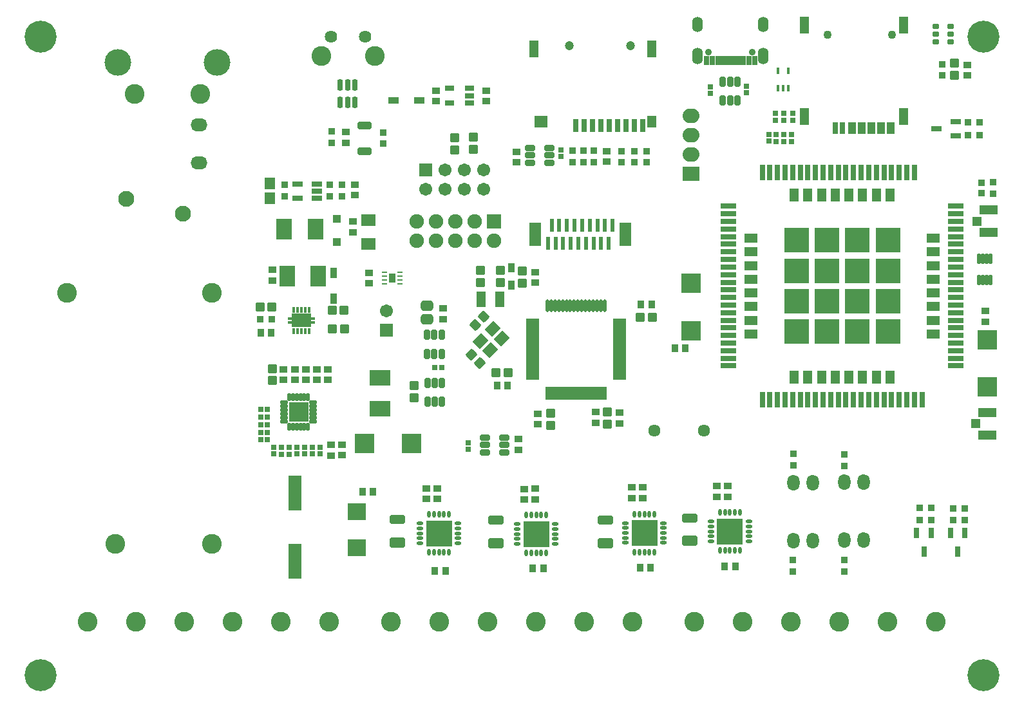
<source format=gbr>
%TF.GenerationSoftware,Altium Limited,Altium Designer,22.5.1 (42)*%
G04 Layer_Color=8388736*
%FSLAX45Y45*%
%MOMM*%
%TF.SameCoordinates,BCC7A4F8-9605-4868-ACEC-D28EECC8EA53*%
%TF.FilePolarity,Negative*%
%TF.FileFunction,Soldermask,Top*%
%TF.Part,Single*%
G01*
G75*
%TA.AperFunction,SMDPad,CuDef*%
%ADD20R,1.00000X1.05320*%
%ADD41R,0.88900X1.29540*%
%ADD42R,0.71120X0.25400*%
%ADD71R,0.30480X0.87630*%
%TA.AperFunction,ComponentPad*%
%ADD115O,1.40320X2.20320*%
%ADD116O,1.40320X2.00320*%
%ADD117C,0.90322*%
%ADD118C,3.50322*%
%ADD119C,2.60160*%
%ADD120C,2.60096*%
%ADD121C,2.10058*%
%TA.AperFunction,ViaPad*%
%ADD122C,4.20320*%
%TA.AperFunction,ComponentPad*%
%ADD123R,2.20320X1.90320*%
%ADD124O,2.20320X1.90320*%
%ADD125C,1.20320*%
%ADD126C,1.62560*%
%ADD127O,1.62560X2.10160*%
%ADD128C,2.59999*%
%ADD129C,1.71120*%
%ADD130R,1.71120X1.71120*%
%ADD131C,1.90320*%
%ADD132R,1.90320X1.90320*%
%ADD133C,1.70320*%
%ADD134R,1.70320X1.70320*%
%ADD135C,1.10322*%
%ADD136C,1.61120*%
%ADD137O,2.20320X1.70320*%
%TA.AperFunction,SMDPad,CuDef*%
G04:AMPARAMS|DCode=149|XSize=1.4132mm|YSize=0.7932mm|CornerRadius=0.17535mm|HoleSize=0mm|Usage=FLASHONLY|Rotation=0.000|XOffset=0mm|YOffset=0mm|HoleType=Round|Shape=RoundedRectangle|*
%AMROUNDEDRECTD149*
21,1,1.41320,0.44250,0,0,0.0*
21,1,1.06250,0.79320,0,0,0.0*
1,1,0.35070,0.53125,-0.22125*
1,1,0.35070,-0.53125,-0.22125*
1,1,0.35070,-0.53125,0.22125*
1,1,0.35070,0.53125,0.22125*
%
%ADD149ROUNDEDRECTD149*%
%ADD150R,0.64160X0.66726*%
%ADD151R,1.00160X0.90160*%
%ADD152R,0.80320X1.30320*%
%ADD153R,0.50320X1.30320*%
%ADD154R,2.10320X2.70319*%
%ADD155R,0.96561X0.90808*%
%ADD156R,1.35320X0.80320*%
%ADD157R,1.45161X1.51160*%
%ADD158R,1.82959X1.58661*%
%ADD159R,2.70319X2.10320*%
%ADD160R,0.93320X1.41320*%
%ADD161R,0.90808X0.96561*%
%ADD162R,0.80320X1.40320*%
%ADD163R,0.60320X1.80320*%
%ADD164R,1.60320X3.10320*%
%ADD165R,1.41320X0.93320*%
%ADD166R,1.30320X0.80320*%
%ADD167R,0.80000X1.70000*%
%ADD168R,1.70000X1.50000*%
%ADD169R,1.30000X2.30000*%
%ADD170R,1.30000X1.50000*%
G04:AMPARAMS|DCode=171|XSize=1.6782mm|YSize=0.5032mm|CornerRadius=0.1766mm|HoleSize=0mm|Usage=FLASHONLY|Rotation=90.000|XOffset=0mm|YOffset=0mm|HoleType=Round|Shape=RoundedRectangle|*
%AMROUNDEDRECTD171*
21,1,1.67820,0.15000,0,0,90.0*
21,1,1.32500,0.50320,0,0,90.0*
1,1,0.35320,0.07500,0.66250*
1,1,0.35320,0.07500,-0.66250*
1,1,0.35320,-0.07500,-0.66250*
1,1,0.35320,-0.07500,0.66250*
%
%ADD171ROUNDEDRECTD171*%
%ADD172R,1.67820X0.50320*%
%ADD173R,0.50320X1.67820*%
%ADD174R,0.95321X1.20320*%
G04:AMPARAMS|DCode=175|XSize=1.9032mm|YSize=1.0032mm|CornerRadius=0.3016mm|HoleSize=0mm|Usage=FLASHONLY|Rotation=180.000|XOffset=0mm|YOffset=0mm|HoleType=Round|Shape=RoundedRectangle|*
%AMROUNDEDRECTD175*
21,1,1.90320,0.40000,0,0,180.0*
21,1,1.30000,1.00320,0,0,180.0*
1,1,0.60320,-0.65000,0.20000*
1,1,0.60320,0.65000,0.20000*
1,1,0.60320,0.65000,-0.20000*
1,1,0.60320,-0.65000,-0.20000*
%
%ADD175ROUNDEDRECTD175*%
%ADD176R,1.75260X4.60248*%
G04:AMPARAMS|DCode=177|XSize=1.4132mm|YSize=0.7932mm|CornerRadius=0.17535mm|HoleSize=0mm|Usage=FLASHONLY|Rotation=90.000|XOffset=0mm|YOffset=0mm|HoleType=Round|Shape=RoundedRectangle|*
%AMROUNDEDRECTD177*
21,1,1.41320,0.44250,0,0,90.0*
21,1,1.06250,0.79320,0,0,90.0*
1,1,0.35070,0.22125,0.53125*
1,1,0.35070,0.22125,-0.53125*
1,1,0.35070,-0.22125,-0.53125*
1,1,0.35070,-0.22125,0.53125*
%
%ADD177ROUNDEDRECTD177*%
G04:AMPARAMS|DCode=178|XSize=1.6532mm|YSize=1.3532mm|CornerRadius=0.3891mm|HoleSize=0mm|Usage=FLASHONLY|Rotation=0.000|XOffset=0mm|YOffset=0mm|HoleType=Round|Shape=RoundedRectangle|*
%AMROUNDEDRECTD178*
21,1,1.65320,0.57500,0,0,0.0*
21,1,0.87500,1.35320,0,0,0.0*
1,1,0.77820,0.43750,-0.28750*
1,1,0.77820,-0.43750,-0.28750*
1,1,0.77820,-0.43750,0.28750*
1,1,0.77820,0.43750,0.28750*
%
%ADD178ROUNDEDRECTD178*%
G04:AMPARAMS|DCode=179|XSize=1.1432mm|YSize=1.2232mm|CornerRadius=0.1956mm|HoleSize=0mm|Usage=FLASHONLY|Rotation=180.000|XOffset=0mm|YOffset=0mm|HoleType=Round|Shape=RoundedRectangle|*
%AMROUNDEDRECTD179*
21,1,1.14320,0.83200,0,0,180.0*
21,1,0.75200,1.22320,0,0,180.0*
1,1,0.39120,-0.37600,0.41600*
1,1,0.39120,0.37600,0.41600*
1,1,0.39120,0.37600,-0.41600*
1,1,0.39120,-0.37600,-0.41600*
%
%ADD179ROUNDEDRECTD179*%
%ADD180R,0.90160X1.00160*%
%ADD181R,0.66726X0.64160*%
G04:AMPARAMS|DCode=182|XSize=1.1432mm|YSize=1.2232mm|CornerRadius=0.1956mm|HoleSize=0mm|Usage=FLASHONLY|Rotation=270.000|XOffset=0mm|YOffset=0mm|HoleType=Round|Shape=RoundedRectangle|*
%AMROUNDEDRECTD182*
21,1,1.14320,0.83200,0,0,270.0*
21,1,0.75200,1.22320,0,0,270.0*
1,1,0.39120,-0.41600,-0.37600*
1,1,0.39120,-0.41600,0.37600*
1,1,0.39120,0.41600,0.37600*
1,1,0.39120,0.41600,-0.37600*
%
%ADD182ROUNDEDRECTD182*%
%ADD183R,2.50320X2.65320*%
G04:AMPARAMS|DCode=184|XSize=1.0632mm|YSize=0.4732mm|CornerRadius=0.13535mm|HoleSize=0mm|Usage=FLASHONLY|Rotation=90.000|XOffset=0mm|YOffset=0mm|HoleType=Round|Shape=RoundedRectangle|*
%AMROUNDEDRECTD184*
21,1,1.06320,0.20250,0,0,90.0*
21,1,0.79250,0.47320,0,0,90.0*
1,1,0.27070,0.10125,0.39625*
1,1,0.27070,0.10125,-0.39625*
1,1,0.27070,-0.10125,-0.39625*
1,1,0.27070,-0.10125,0.39625*
%
%ADD184ROUNDEDRECTD184*%
G04:AMPARAMS|DCode=185|XSize=1.0632mm|YSize=0.4732mm|CornerRadius=0.13535mm|HoleSize=0mm|Usage=FLASHONLY|Rotation=0.000|XOffset=0mm|YOffset=0mm|HoleType=Round|Shape=RoundedRectangle|*
%AMROUNDEDRECTD185*
21,1,1.06320,0.20250,0,0,0.0*
21,1,0.79250,0.47320,0,0,0.0*
1,1,0.27070,0.39625,-0.10125*
1,1,0.27070,-0.39625,-0.10125*
1,1,0.27070,-0.39625,0.10125*
1,1,0.27070,0.39625,0.10125*
%
%ADD185ROUNDEDRECTD185*%
%ADD186R,2.65320X2.65320*%
G04:AMPARAMS|DCode=187|XSize=1.4432mm|YSize=0.7532mm|CornerRadius=0.2391mm|HoleSize=0mm|Usage=FLASHONLY|Rotation=270.000|XOffset=0mm|YOffset=0mm|HoleType=Round|Shape=RoundedRectangle|*
%AMROUNDEDRECTD187*
21,1,1.44320,0.27500,0,0,270.0*
21,1,0.96500,0.75320,0,0,270.0*
1,1,0.47820,-0.13750,-0.48250*
1,1,0.47820,-0.13750,0.48250*
1,1,0.47820,0.13750,0.48250*
1,1,0.47820,0.13750,-0.48250*
%
%ADD187ROUNDEDRECTD187*%
G04:AMPARAMS|DCode=188|XSize=0.9132mm|YSize=0.7332mm|CornerRadius=0.16785mm|HoleSize=0mm|Usage=FLASHONLY|Rotation=0.000|XOffset=0mm|YOffset=0mm|HoleType=Round|Shape=RoundedRectangle|*
%AMROUNDEDRECTD188*
21,1,0.91320,0.39750,0,0,0.0*
21,1,0.57750,0.73320,0,0,0.0*
1,1,0.33570,0.28875,-0.19875*
1,1,0.33570,-0.28875,-0.19875*
1,1,0.33570,-0.28875,0.19875*
1,1,0.33570,0.28875,0.19875*
%
%ADD188ROUNDEDRECTD188*%
G04:AMPARAMS|DCode=189|XSize=1.3232mm|YSize=0.4732mm|CornerRadius=0.13535mm|HoleSize=0mm|Usage=FLASHONLY|Rotation=90.000|XOffset=0mm|YOffset=0mm|HoleType=Round|Shape=RoundedRectangle|*
%AMROUNDEDRECTD189*
21,1,1.32320,0.20250,0,0,90.0*
21,1,1.05250,0.47320,0,0,90.0*
1,1,0.27070,0.10125,0.52625*
1,1,0.27070,0.10125,-0.52625*
1,1,0.27070,-0.10125,-0.52625*
1,1,0.27070,-0.10125,0.52625*
%
%ADD189ROUNDEDRECTD189*%
%ADD190R,0.80320X1.50320*%
%ADD191R,1.00320X1.50320*%
%ADD192R,1.20320X2.30320*%
%ADD193R,2.40320X1.25320*%
%ADD194R,1.25320X1.20320*%
%TA.AperFunction,BGAPad,CuDef*%
%ADD195R,3.20002X3.20002*%
%TA.AperFunction,SMDPad,CuDef*%
%ADD196R,0.80002X2.10002*%
%ADD197R,2.10002X0.80002*%
%ADD198R,1.70002X1.20002*%
%ADD199R,1.20002X1.70002*%
%ADD200R,2.10002X0.80002*%
%ADD201R,2.65320X2.50320*%
%ADD202R,0.96561X0.90160*%
%ADD203R,1.40320X0.80320*%
%ADD204R,1.20320X2.00320*%
G04:AMPARAMS|DCode=205|XSize=1.1432mm|YSize=1.2232mm|CornerRadius=0.1956mm|HoleSize=0mm|Usage=FLASHONLY|Rotation=45.000|XOffset=0mm|YOffset=0mm|HoleType=Round|Shape=RoundedRectangle|*
%AMROUNDEDRECTD205*
21,1,1.14320,0.83200,0,0,45.0*
21,1,0.75200,1.22320,0,0,45.0*
1,1,0.39120,0.56003,-0.02829*
1,1,0.39120,0.02829,-0.56003*
1,1,0.39120,-0.56003,0.02829*
1,1,0.39120,-0.02829,0.56003*
%
%ADD205ROUNDEDRECTD205*%
G04:AMPARAMS|DCode=206|XSize=1.1432mm|YSize=1.2232mm|CornerRadius=0.1956mm|HoleSize=0mm|Usage=FLASHONLY|Rotation=315.000|XOffset=0mm|YOffset=0mm|HoleType=Round|Shape=RoundedRectangle|*
%AMROUNDEDRECTD206*
21,1,1.14320,0.83200,0,0,315.0*
21,1,0.75200,1.22320,0,0,315.0*
1,1,0.39120,-0.02829,-0.56003*
1,1,0.39120,-0.56003,-0.02829*
1,1,0.39120,0.02829,0.56003*
1,1,0.39120,0.56003,0.02829*
%
%ADD206ROUNDEDRECTD206*%
G04:AMPARAMS|DCode=207|XSize=1.1432mm|YSize=1.9732mm|CornerRadius=0.1674mm|HoleSize=0mm|Usage=FLASHONLY|Rotation=90.000|XOffset=0mm|YOffset=0mm|HoleType=Round|Shape=RoundedRectangle|*
%AMROUNDEDRECTD207*
21,1,1.14320,1.63840,0,0,90.0*
21,1,0.80840,1.97320,0,0,90.0*
1,1,0.33480,0.81920,0.40420*
1,1,0.33480,0.81920,-0.40420*
1,1,0.33480,-0.81920,-0.40420*
1,1,0.33480,-0.81920,0.40420*
%
%ADD207ROUNDEDRECTD207*%
G04:AMPARAMS|DCode=208|XSize=1.2932mm|YSize=1.9732mm|CornerRadius=0.1779mm|HoleSize=0mm|Usage=FLASHONLY|Rotation=90.000|XOffset=0mm|YOffset=0mm|HoleType=Round|Shape=RoundedRectangle|*
%AMROUNDEDRECTD208*
21,1,1.29320,1.61740,0,0,90.0*
21,1,0.93740,1.97320,0,0,90.0*
1,1,0.35580,0.80870,0.46870*
1,1,0.35580,0.80870,-0.46870*
1,1,0.35580,-0.80870,-0.46870*
1,1,0.35580,-0.80870,0.46870*
%
%ADD208ROUNDEDRECTD208*%
%ADD209O,0.94859X0.46561*%
%ADD210R,2.39560X2.25069*%
G04:AMPARAMS|DCode=211|XSize=1.6032mm|YSize=1.4032mm|CornerRadius=0mm|HoleSize=0mm|Usage=FLASHONLY|Rotation=225.000|XOffset=0mm|YOffset=0mm|HoleType=Round|Shape=Rectangle|*
%AMROTATEDRECTD211*
4,1,4,0.07071,1.06292,1.06292,0.07071,-0.07071,-1.06292,-1.06292,-0.07071,0.07071,1.06292,0.0*
%
%ADD211ROTATEDRECTD211*%

%ADD212R,3.35161X3.35161*%
%ADD213O,0.46561X0.94859*%
G36*
X3850250Y5068510D02*
X3812250D01*
Y5142510D01*
X3850250D01*
Y5068510D01*
D02*
G37*
G36*
X3800250D02*
X3762250D01*
Y5142510D01*
X3800250D01*
Y5068510D01*
D02*
G37*
G36*
X3750250D02*
X3712250D01*
Y5142510D01*
X3750250D01*
Y5068510D01*
D02*
G37*
G36*
X3700250D02*
X3662250D01*
Y5142510D01*
X3700250D01*
Y5068510D01*
D02*
G37*
G36*
X3650250D02*
X3612250D01*
Y5142510D01*
X3650250D01*
Y5068510D01*
D02*
G37*
G36*
X3858250Y5010010D02*
X3908250D01*
Y4971010D01*
X3858250D01*
Y4960010D01*
X3908250D01*
Y4921010D01*
X3858250D01*
Y4876010D01*
X3604250D01*
Y4921010D01*
X3554250D01*
Y4960010D01*
X3604250D01*
Y4971010D01*
X3554250D01*
Y5010010D01*
X3604250D01*
Y5055010D01*
X3858250D01*
Y5010010D01*
D02*
G37*
G36*
X3850250Y4788510D02*
X3812250D01*
Y4862510D01*
X3850250D01*
Y4788510D01*
D02*
G37*
G36*
X3800250D02*
X3762250D01*
Y4862510D01*
X3800250D01*
Y4788510D01*
D02*
G37*
G36*
X3750250D02*
X3712250D01*
Y4862510D01*
X3750250D01*
Y4788510D01*
D02*
G37*
G36*
X3700250D02*
X3662250D01*
Y4862510D01*
X3700250D01*
Y4788510D01*
D02*
G37*
G36*
X3650250D02*
X3612250D01*
Y4862510D01*
X3650250D01*
Y4788510D01*
D02*
G37*
D20*
X4201100Y6301550D02*
D03*
Y5996230D02*
D03*
D41*
X4927880Y5525080D02*
D03*
D42*
X5028210Y5600080D02*
D03*
Y5550080D02*
D03*
Y5500080D02*
D03*
Y5450080D02*
D03*
X4827550D02*
D03*
Y5500080D02*
D03*
Y5550080D02*
D03*
Y5600080D02*
D03*
D71*
X10000840Y8024145D02*
D03*
X10065840D02*
D03*
X10130840D02*
D03*
Y8246395D02*
D03*
X10000840D02*
D03*
D115*
X9806031Y8443257D02*
D03*
X8941029Y8443261D02*
D03*
D116*
X9806031Y8863260D02*
D03*
X8941029D02*
D03*
D117*
X9662526Y8495270D02*
D03*
X9084524D02*
D03*
D118*
X1321690Y8364060D02*
D03*
X2621713D02*
D03*
D119*
X1541707Y7944071D02*
D03*
X2401716D02*
D03*
X4697384Y8446950D02*
D03*
X3997386D02*
D03*
D120*
X650810Y5328270D02*
D03*
X2555810D02*
D03*
X1285810Y2026270D02*
D03*
X2555810D02*
D03*
D121*
X1425850Y6562510D02*
D03*
X2177550Y6366310D02*
D03*
D122*
X300000Y300000D02*
D03*
X12700000Y300002D02*
D03*
X12699998Y8700002D02*
D03*
X299998Y8700000D02*
D03*
D123*
X8853710Y6897850D02*
D03*
D124*
Y7151850D02*
D03*
Y7659850D02*
D03*
Y7405850D02*
D03*
D125*
X8055227Y8579330D02*
D03*
X7257210D02*
D03*
D126*
X4572391Y8696963D02*
D03*
X4122379D02*
D03*
D127*
X10451930Y2067370D02*
D03*
Y2829370D02*
D03*
X11125420Y2074230D02*
D03*
Y2836230D02*
D03*
X10871420D02*
D03*
X10197930Y2829370D02*
D03*
Y2067370D02*
D03*
X10871420Y2074230D02*
D03*
D128*
X1554413Y998280D02*
D03*
X919413D02*
D03*
X2189413D02*
D03*
X2824413D02*
D03*
X3459413D02*
D03*
X4094413D02*
D03*
X4909398D02*
D03*
X5544398D02*
D03*
X6179398D02*
D03*
X6814398D02*
D03*
X7449398D02*
D03*
X8084398D02*
D03*
X8899383D02*
D03*
X9534383D02*
D03*
X10169383D02*
D03*
X10804383D02*
D03*
X11439383D02*
D03*
X12074383D02*
D03*
D129*
X4852140Y5088510D02*
D03*
D130*
Y4838510D02*
D03*
D131*
X5250560Y6015340D02*
D03*
Y6269340D02*
D03*
X5504560Y6015340D02*
D03*
Y6269340D02*
D03*
X5758560Y6015340D02*
D03*
Y6269340D02*
D03*
X6012560Y6015340D02*
D03*
Y6269340D02*
D03*
X6266560Y6015340D02*
D03*
D132*
Y6269340D02*
D03*
D133*
X6131530Y6688710D02*
D03*
X5877530D02*
D03*
X5623530D02*
D03*
X5369530D02*
D03*
X5623530Y6942710D02*
D03*
X5877530D02*
D03*
X6131530D02*
D03*
D134*
X5369530D02*
D03*
D135*
X11496988Y8723327D02*
D03*
X10647002D02*
D03*
D136*
X8373390Y3516440D02*
D03*
X9023390D02*
D03*
D137*
X2382910Y7539820D02*
D03*
Y7039821D02*
D03*
D149*
X6147260Y3422540D02*
D03*
Y3327540D02*
D03*
Y3232540D02*
D03*
X6398260D02*
D03*
Y3327540D02*
D03*
Y3422540D02*
D03*
X6737170Y7043420D02*
D03*
Y7138420D02*
D03*
Y7233420D02*
D03*
X6988170D02*
D03*
Y7138420D02*
D03*
Y7043420D02*
D03*
D150*
X5921190Y3360372D02*
D03*
Y3273809D02*
D03*
X7143220Y7208932D02*
D03*
Y7122369D02*
D03*
X3973644Y3208098D02*
D03*
Y3294661D02*
D03*
X3771764Y3294759D02*
D03*
Y3208196D02*
D03*
X3873364Y3294759D02*
D03*
Y3208196D02*
D03*
X3569124Y3294201D02*
D03*
Y3207638D02*
D03*
X3670284Y3208378D02*
D03*
Y3294941D02*
D03*
X3370304Y3208418D02*
D03*
Y3294981D02*
D03*
X3470444Y3206988D02*
D03*
Y3293551D02*
D03*
X9875980Y7409420D02*
D03*
Y7322857D02*
D03*
X10073310Y7322178D02*
D03*
Y7408741D02*
D03*
X10177650Y7322380D02*
D03*
Y7408943D02*
D03*
X9975180Y7322518D02*
D03*
Y7409081D02*
D03*
X10073810Y7688282D02*
D03*
Y7601718D02*
D03*
X10187940Y7688282D02*
D03*
Y7601718D02*
D03*
X9961520Y7688282D02*
D03*
Y7601718D02*
D03*
X9585010Y7959240D02*
D03*
X9111060Y7951480D02*
D03*
X9585010Y8045803D02*
D03*
X9111060Y8038043D02*
D03*
D151*
X6586580Y3263770D02*
D03*
Y3403750D02*
D03*
X4432120Y6754020D02*
D03*
Y6614040D02*
D03*
X4405490Y6124770D02*
D03*
Y6264749D02*
D03*
X6160130Y7848700D02*
D03*
X6160130Y7988680D02*
D03*
X5501431Y7851063D02*
D03*
Y7991043D02*
D03*
X4620920Y5591870D02*
D03*
Y5451891D02*
D03*
X6561180Y7046100D02*
D03*
Y7186080D02*
D03*
X4319540Y7303600D02*
D03*
Y7443579D02*
D03*
X5594884Y4985009D02*
D03*
Y5124989D02*
D03*
X3354040Y5632779D02*
D03*
Y5492800D02*
D03*
X4261554Y3331179D02*
D03*
Y3191199D02*
D03*
X4118954Y3190599D02*
D03*
Y3330579D02*
D03*
X3497354Y4182280D02*
D03*
Y4322259D02*
D03*
X3791604Y4183590D02*
D03*
Y4323569D02*
D03*
X3934144Y4182280D02*
D03*
Y4322259D02*
D03*
X4076014Y4184910D02*
D03*
Y4324889D02*
D03*
X3648414Y4182930D02*
D03*
Y4322909D02*
D03*
X7596990Y3758910D02*
D03*
Y3618930D02*
D03*
X7743120Y7051947D02*
D03*
Y7191926D02*
D03*
X12489990Y8327407D02*
D03*
Y8187428D02*
D03*
X12723945Y5089400D02*
D03*
Y4949420D02*
D03*
X6839709Y3741080D02*
D03*
Y3601101D02*
D03*
X7918430Y3753880D02*
D03*
Y3613901D02*
D03*
X6803930Y5462710D02*
D03*
Y5602690D02*
D03*
X9334150Y2786100D02*
D03*
Y2646120D02*
D03*
X9192970Y2786890D02*
D03*
Y2646910D02*
D03*
X8215640Y2768600D02*
D03*
Y2628620D02*
D03*
X8073180Y2769180D02*
D03*
Y2629200D02*
D03*
X6659180Y2750600D02*
D03*
Y2610621D02*
D03*
X6806720Y2751380D02*
D03*
Y2611401D02*
D03*
X5517060Y2616950D02*
D03*
Y2756930D02*
D03*
X5377360Y2616950D02*
D03*
Y2756930D02*
D03*
D152*
X9693529Y8388260D02*
D03*
X9053531D02*
D03*
X9613529D02*
D03*
X9133530D02*
D03*
D153*
X9498531D02*
D03*
X9198532D02*
D03*
X9448531D02*
D03*
X9348531D02*
D03*
X9398531D02*
D03*
X9298531D02*
D03*
X9548531D02*
D03*
X9248531D02*
D03*
D154*
X3505323Y6166710D02*
D03*
X3915330D02*
D03*
X3543343Y5546180D02*
D03*
X3953350D02*
D03*
D155*
X3509190Y6753781D02*
D03*
Y6603133D02*
D03*
X4106590D02*
D03*
Y6753781D02*
D03*
X4265960Y6603133D02*
D03*
Y6753781D02*
D03*
X10870800Y3050126D02*
D03*
X10196400Y3058956D02*
D03*
X10865870Y1662136D02*
D03*
X10193200D02*
D03*
Y1812784D02*
D03*
X10865870D02*
D03*
X10870800Y3200774D02*
D03*
X10196400Y3209604D02*
D03*
X4803630Y7440104D02*
D03*
Y7289456D02*
D03*
X4127230Y7449883D02*
D03*
Y7299236D02*
D03*
X8271470Y7194660D02*
D03*
Y7044013D02*
D03*
X7941270D02*
D03*
Y7194660D02*
D03*
X8106370Y7044013D02*
D03*
Y7194660D02*
D03*
X7297180Y7047296D02*
D03*
Y7197944D02*
D03*
X7578020Y7046613D02*
D03*
Y7197260D02*
D03*
X7438310Y7047296D02*
D03*
Y7197944D02*
D03*
X12153060Y8187666D02*
D03*
Y8338314D02*
D03*
X12825540Y6784658D02*
D03*
Y6634010D02*
D03*
D156*
X3684530Y6570200D02*
D03*
Y6760200D02*
D03*
X3934530D02*
D03*
Y6665200D02*
D03*
Y6570200D02*
D03*
D157*
X3316510Y6571310D02*
D03*
Y6771315D02*
D03*
D158*
X4609460Y6288161D02*
D03*
Y5969660D02*
D03*
D159*
X4767840Y4214603D02*
D03*
Y3804596D02*
D03*
D160*
X4151570Y5590929D02*
D03*
Y5254930D02*
D03*
D161*
X12449437Y2496390D02*
D03*
X12298789D02*
D03*
X11859803Y2343980D02*
D03*
X12010450D02*
D03*
X12297913Y2343990D02*
D03*
X11857207Y2497190D02*
D03*
X12448560Y2343990D02*
D03*
X12007854Y2497190D02*
D03*
X3191090Y4980800D02*
D03*
X3341738D02*
D03*
X12494926Y7573290D02*
D03*
X12645574D02*
D03*
X12494926Y7403829D02*
D03*
X12645574D02*
D03*
D162*
X12357490Y1921750D02*
D03*
X12262490Y2171750D02*
D03*
X12452490D02*
D03*
X11915951Y1921750D02*
D03*
X11820950Y2171750D02*
D03*
X12010951D02*
D03*
D163*
X6972120Y5980070D02*
D03*
X7022120Y6220070D02*
D03*
X7072120Y5980070D02*
D03*
X7122120Y6220070D02*
D03*
X7172120Y5980070D02*
D03*
X7222120Y6220070D02*
D03*
X7272120Y5980070D02*
D03*
X7322120Y6220070D02*
D03*
X7372120Y5980070D02*
D03*
X7422120Y6220070D02*
D03*
X7472120Y5980070D02*
D03*
X7522120Y6220070D02*
D03*
X7572120Y5980070D02*
D03*
X7622120Y6220070D02*
D03*
X7672120Y5980070D02*
D03*
X7722120Y6220070D02*
D03*
X7772120Y5980070D02*
D03*
X7822120Y6220070D02*
D03*
D164*
X6802120Y6100070D02*
D03*
X7992120Y6100070D02*
D03*
D165*
X5282460Y7860140D02*
D03*
X4946460D02*
D03*
D166*
X5678632Y7827897D02*
D03*
X5678632Y8017889D02*
D03*
X5938651Y8017889D02*
D03*
Y7922893D02*
D03*
Y7827897D02*
D03*
D167*
X8107221Y7529332D02*
D03*
X7337223D02*
D03*
X7447222D02*
D03*
X7557222D02*
D03*
X7997221D02*
D03*
X7777222D02*
D03*
X8217221D02*
D03*
X7667222D02*
D03*
X7887221D02*
D03*
D168*
X6877223Y7579334D02*
D03*
D169*
X6787221Y8539332D02*
D03*
X8337218D02*
D03*
D170*
X8336918Y7579332D02*
D03*
D171*
X7066060Y5159740D02*
D03*
X7116059D02*
D03*
X7216059D02*
D03*
X7266059D02*
D03*
X7316060D02*
D03*
X7366059D02*
D03*
X7416060D02*
D03*
X7466059D02*
D03*
X7516059D02*
D03*
X7566060D02*
D03*
X7616059D02*
D03*
X7666060D02*
D03*
X7716059D02*
D03*
X6966059D02*
D03*
X7166060D02*
D03*
X7016059D02*
D03*
D172*
X7914859Y4610940D02*
D03*
Y4560940D02*
D03*
Y4510940D02*
D03*
Y4460940D02*
D03*
Y4410940D02*
D03*
Y4360940D02*
D03*
Y4310940D02*
D03*
Y4260940D02*
D03*
Y4210940D02*
D03*
X6767260Y4460940D02*
D03*
Y4510940D02*
D03*
Y4560940D02*
D03*
Y4610940D02*
D03*
Y4910940D02*
D03*
X7914859Y4960940D02*
D03*
X6767260Y4360940D02*
D03*
X7914859Y4660940D02*
D03*
Y4710940D02*
D03*
X6767260Y4810940D02*
D03*
Y4860940D02*
D03*
X7914859D02*
D03*
Y4760940D02*
D03*
X6767260Y4660940D02*
D03*
Y4210940D02*
D03*
Y4260940D02*
D03*
Y4310940D02*
D03*
Y4710940D02*
D03*
Y4760940D02*
D03*
X7914859Y4910940D02*
D03*
X6767260Y4410940D02*
D03*
X7914859Y4810940D02*
D03*
X6767260Y4960940D02*
D03*
D173*
X7566060Y4012140D02*
D03*
X7516059D02*
D03*
X7466059D02*
D03*
X7416060D02*
D03*
X7366059D02*
D03*
X7316060D02*
D03*
X7716059D02*
D03*
X7066060D02*
D03*
X7616059D02*
D03*
X7116059D02*
D03*
X7166060D02*
D03*
X6966059D02*
D03*
X7266059D02*
D03*
X7216059D02*
D03*
X7666060D02*
D03*
X7016059D02*
D03*
D174*
X6491710Y5428461D02*
D03*
Y5662979D02*
D03*
D175*
X4561580Y7189460D02*
D03*
Y7529460D02*
D03*
D176*
X3647400Y2694338D02*
D03*
Y1794162D02*
D03*
D177*
X5383524Y4776489D02*
D03*
X5478524D02*
D03*
X5573524D02*
D03*
Y4525489D02*
D03*
X5478524D02*
D03*
X5383524D02*
D03*
X5388304Y3896639D02*
D03*
X5483304D02*
D03*
X5578304D02*
D03*
Y4147639D02*
D03*
X5483304D02*
D03*
X5388304D02*
D03*
X9366250Y8108300D02*
D03*
X9461250Y7857300D02*
D03*
Y8108300D02*
D03*
X9271250Y7857300D02*
D03*
Y8108300D02*
D03*
X9366250Y7857300D02*
D03*
D178*
X5382494Y5161649D02*
D03*
Y4981649D02*
D03*
D179*
X4135214Y5097299D02*
D03*
X4293214D02*
D03*
X4136894Y4854260D02*
D03*
X4294894D02*
D03*
X3343804Y5140999D02*
D03*
X3185804D02*
D03*
X6448060Y4277410D02*
D03*
X6290060D02*
D03*
X8187449Y5008230D02*
D03*
X8345450D02*
D03*
D180*
X3335644Y4802989D02*
D03*
X3195664D02*
D03*
X8640561Y4600200D02*
D03*
X8780540D02*
D03*
X6441929Y4105850D02*
D03*
X6301950D02*
D03*
X8196310Y5174080D02*
D03*
X8336289D02*
D03*
X4672780Y2712890D02*
D03*
X4532801D02*
D03*
X6772040Y1701310D02*
D03*
X6912020D02*
D03*
X9295903Y1734153D02*
D03*
X9435882D02*
D03*
X8183136Y1712785D02*
D03*
X8323115D02*
D03*
X5624362Y1670153D02*
D03*
X5484383D02*
D03*
D181*
X5573832Y4349020D02*
D03*
X5487268D02*
D03*
X3282562Y3595690D02*
D03*
X3195998D02*
D03*
X3281766Y3793439D02*
D03*
X3195203D02*
D03*
X3282313Y3695910D02*
D03*
X3195750D02*
D03*
X3194853Y3394889D02*
D03*
X3281416D02*
D03*
X3195333Y3495339D02*
D03*
X3281896D02*
D03*
D182*
X5214544Y3951709D02*
D03*
Y4109710D02*
D03*
X3349564Y4332919D02*
D03*
Y4174919D02*
D03*
X5993140Y7373850D02*
D03*
Y7215850D02*
D03*
X5745090Y7366320D02*
D03*
Y7208320D02*
D03*
X12316960Y8193959D02*
D03*
Y8351959D02*
D03*
X7011119Y3746360D02*
D03*
Y3588360D02*
D03*
X7754700Y3761870D02*
D03*
Y3603870D02*
D03*
X6635010Y5455930D02*
D03*
Y5613930D02*
D03*
X6344020Y5466280D02*
D03*
Y5624280D02*
D03*
X6083270Y5464280D02*
D03*
Y5622280D02*
D03*
D183*
X4561994Y3345379D02*
D03*
X5181994D02*
D03*
D184*
X3569034Y3570769D02*
D03*
X3619034D02*
D03*
X3669034D02*
D03*
X3719034D02*
D03*
X3769034D02*
D03*
X3819034D02*
D03*
Y3957769D02*
D03*
X3769034D02*
D03*
X3719034D02*
D03*
X3669034D02*
D03*
X3619034D02*
D03*
X3569034D02*
D03*
D185*
X3500534Y3889269D02*
D03*
Y3839269D02*
D03*
Y3789269D02*
D03*
Y3739269D02*
D03*
Y3689269D02*
D03*
Y3639269D02*
D03*
X3887534D02*
D03*
Y3689269D02*
D03*
Y3739269D02*
D03*
Y3789269D02*
D03*
Y3839269D02*
D03*
Y3889269D02*
D03*
D186*
X3694034Y3764269D02*
D03*
D187*
X4433880Y8063310D02*
D03*
X4338880D02*
D03*
X4243880D02*
D03*
Y7831310D02*
D03*
X4338880D02*
D03*
X4433880D02*
D03*
D188*
X12070050Y8834900D02*
D03*
Y8734900D02*
D03*
Y8634900D02*
D03*
X12267050D02*
D03*
Y8734900D02*
D03*
Y8834900D02*
D03*
D189*
X12640380Y5780510D02*
D03*
X12690380D02*
D03*
X12740380D02*
D03*
X12790380D02*
D03*
Y5499510D02*
D03*
X12740380D02*
D03*
X12690380D02*
D03*
X12640380D02*
D03*
D190*
X10749999Y7500317D02*
D03*
X10845000D02*
D03*
D191*
X10972000D02*
D03*
X11099000D02*
D03*
X11226000D02*
D03*
X11353000D02*
D03*
X11480000D02*
D03*
D192*
X11647000Y7648317D02*
D03*
X10347000D02*
D03*
X11647000Y8848318D02*
D03*
X10347000D02*
D03*
D193*
X12750780Y3753510D02*
D03*
Y3458510D02*
D03*
X12769310Y6417190D02*
D03*
Y6122190D02*
D03*
D194*
X12598280Y3606010D02*
D03*
X12616810Y6269690D02*
D03*
D195*
X10241521Y5619858D02*
D03*
Y4819860D02*
D03*
X11041520Y5219859D02*
D03*
X10641521D02*
D03*
Y5619858D02*
D03*
X11041520D02*
D03*
X11441519D02*
D03*
Y5219859D02*
D03*
Y4819860D02*
D03*
X11041520D02*
D03*
X10641521D02*
D03*
X10241521Y5219859D02*
D03*
Y6019857D02*
D03*
X10641521D02*
D03*
X11041520D02*
D03*
X11441519D02*
D03*
X10241521Y5619858D02*
D03*
Y4819860D02*
D03*
X11041520Y5219859D02*
D03*
X10641521D02*
D03*
Y5619858D02*
D03*
X11041520D02*
D03*
X11441519D02*
D03*
Y5219859D02*
D03*
Y4819860D02*
D03*
X11041520D02*
D03*
X10641521D02*
D03*
X10241521Y5219859D02*
D03*
Y6019857D02*
D03*
X10641521D02*
D03*
X11041520D02*
D03*
X11441519D02*
D03*
D196*
X9790112Y3924865D02*
D03*
X9890112D02*
D03*
X9990112D02*
D03*
X10090112D02*
D03*
X10190112D02*
D03*
X10290111D02*
D03*
X10390111D02*
D03*
X10490111D02*
D03*
X10590111D02*
D03*
X10690111D02*
D03*
X10790111D02*
D03*
X10890110D02*
D03*
X10990110D02*
D03*
X11090135D02*
D03*
X11190135D02*
D03*
X11290109D02*
D03*
X11390109D02*
D03*
X11490109D02*
D03*
X11590109D02*
D03*
X11690109D02*
D03*
X11790108D02*
D03*
X11890108D02*
D03*
X9790112Y6914852D02*
D03*
X9890112D02*
D03*
X9990112D02*
D03*
X10090112D02*
D03*
X10190112D02*
D03*
X10290111D02*
D03*
X10390111D02*
D03*
X10490111D02*
D03*
X10590111D02*
D03*
X10690111D02*
D03*
X10790111D02*
D03*
X10890110D02*
D03*
X10990110D02*
D03*
X11090135D02*
D03*
X11190135D02*
D03*
X11290109D02*
D03*
X11490109D02*
D03*
X11390109D02*
D03*
X11590109D02*
D03*
X11690109D02*
D03*
X11790108D02*
D03*
X9790112Y3924865D02*
D03*
X9890112D02*
D03*
X9990112D02*
D03*
X10090112D02*
D03*
X10190112D02*
D03*
X10290111D02*
D03*
X10390111D02*
D03*
X10490111D02*
D03*
X10590111D02*
D03*
X10690111D02*
D03*
X10790111D02*
D03*
X10890110D02*
D03*
X10990110D02*
D03*
X11090135D02*
D03*
X11190135D02*
D03*
X11290109D02*
D03*
X11390109D02*
D03*
X11490109D02*
D03*
X11590109D02*
D03*
X11690109D02*
D03*
X11790108D02*
D03*
X11890108D02*
D03*
X9790112Y6914852D02*
D03*
X9890112D02*
D03*
X9990112D02*
D03*
X10090112D02*
D03*
X10190112D02*
D03*
X10290111D02*
D03*
X10390111D02*
D03*
X10490111D02*
D03*
X10590111D02*
D03*
X10690111D02*
D03*
X10790111D02*
D03*
X10890110D02*
D03*
X10990110D02*
D03*
X11090135D02*
D03*
X11190135D02*
D03*
X11290109D02*
D03*
X11490109D02*
D03*
X11390109D02*
D03*
X11590109D02*
D03*
X11690109D02*
D03*
X11790108D02*
D03*
D197*
X12336513Y4368451D02*
D03*
Y4468451D02*
D03*
Y4568451D02*
D03*
Y4668450D02*
D03*
Y4768450D02*
D03*
Y4868450D02*
D03*
Y4968450D02*
D03*
Y5068450D02*
D03*
Y5168449D02*
D03*
Y5268449D02*
D03*
Y5368449D02*
D03*
Y5468449D02*
D03*
Y5568449D02*
D03*
Y5668474D02*
D03*
Y5768474D02*
D03*
Y5868448D02*
D03*
Y5968448D02*
D03*
Y6068448D02*
D03*
Y6168447D02*
D03*
Y6268447D02*
D03*
Y6368447D02*
D03*
Y6468447D02*
D03*
Y4368451D02*
D03*
Y4468451D02*
D03*
Y4568451D02*
D03*
Y4668450D02*
D03*
Y4768450D02*
D03*
Y4868450D02*
D03*
Y4968450D02*
D03*
Y5068450D02*
D03*
Y5168449D02*
D03*
Y5268449D02*
D03*
Y5368449D02*
D03*
Y5468449D02*
D03*
Y5568449D02*
D03*
Y5668474D02*
D03*
Y5768474D02*
D03*
Y5868448D02*
D03*
Y5968448D02*
D03*
Y6068448D02*
D03*
Y6168447D02*
D03*
Y6268447D02*
D03*
Y6368447D02*
D03*
Y6468447D02*
D03*
D198*
X12041518Y4788465D02*
D03*
Y4968450D02*
D03*
Y5148460D02*
D03*
Y5328469D02*
D03*
Y5508454D02*
D03*
Y5688464D02*
D03*
Y5868448D02*
D03*
Y6048458D02*
D03*
X9641523D02*
D03*
Y5868448D02*
D03*
Y5688464D02*
D03*
Y5508454D02*
D03*
Y5328469D02*
D03*
Y5148460D02*
D03*
Y4968450D02*
D03*
Y4788465D02*
D03*
X12041518D02*
D03*
Y4968450D02*
D03*
Y5148460D02*
D03*
Y5328469D02*
D03*
Y5508454D02*
D03*
Y5688464D02*
D03*
Y5868448D02*
D03*
Y6048458D02*
D03*
X9641523D02*
D03*
Y5868448D02*
D03*
Y5688464D02*
D03*
Y5508454D02*
D03*
Y5328469D02*
D03*
Y5148460D02*
D03*
Y4968450D02*
D03*
Y4788465D02*
D03*
D199*
X11470119Y6619856D02*
D03*
X11290109D02*
D03*
X11110125D02*
D03*
X10930115D02*
D03*
X10750131D02*
D03*
X10570121D02*
D03*
X10390111D02*
D03*
X10210127D02*
D03*
Y4219861D02*
D03*
X10390111D02*
D03*
X10570121D02*
D03*
X10750131D02*
D03*
X10930115D02*
D03*
X11110125D02*
D03*
X11290109D02*
D03*
X11470119D02*
D03*
Y6619856D02*
D03*
X11290109D02*
D03*
X11110125D02*
D03*
X10930115D02*
D03*
X10750131D02*
D03*
X10570121D02*
D03*
X10390111D02*
D03*
X10210127D02*
D03*
Y4219861D02*
D03*
X10390111D02*
D03*
X10570121D02*
D03*
X10750131D02*
D03*
X10930115D02*
D03*
X11110125D02*
D03*
X11290109D02*
D03*
X11470119D02*
D03*
D200*
X9346527Y4368451D02*
D03*
Y4468451D02*
D03*
Y4568451D02*
D03*
Y4668450D02*
D03*
Y4768450D02*
D03*
Y4868450D02*
D03*
Y4968450D02*
D03*
Y5068450D02*
D03*
Y5168449D02*
D03*
Y5268449D02*
D03*
Y5368449D02*
D03*
Y5568449D02*
D03*
Y5468449D02*
D03*
Y5668474D02*
D03*
Y5768474D02*
D03*
Y5868448D02*
D03*
Y5968448D02*
D03*
Y6068448D02*
D03*
Y6168447D02*
D03*
Y6268447D02*
D03*
Y6368447D02*
D03*
Y6468447D02*
D03*
Y4368451D02*
D03*
Y4468451D02*
D03*
Y4568451D02*
D03*
Y4668450D02*
D03*
Y4768450D02*
D03*
Y4868450D02*
D03*
Y4968450D02*
D03*
Y5068450D02*
D03*
Y5168449D02*
D03*
Y5268449D02*
D03*
Y5368449D02*
D03*
Y5568449D02*
D03*
Y5468449D02*
D03*
Y5668474D02*
D03*
Y5768474D02*
D03*
Y5868448D02*
D03*
Y5968448D02*
D03*
Y6068448D02*
D03*
Y6168447D02*
D03*
Y6268447D02*
D03*
Y6368447D02*
D03*
Y6468447D02*
D03*
D201*
X8852480Y4831930D02*
D03*
Y5451930D02*
D03*
X12747830Y4092900D02*
D03*
Y4712900D02*
D03*
D202*
X12669940Y6780900D02*
D03*
Y6640920D02*
D03*
D203*
X12333710Y7390930D02*
D03*
Y7580930D02*
D03*
X12083710Y7485930D02*
D03*
D204*
X6092711Y5244172D02*
D03*
X6342711D02*
D03*
D205*
X6128234Y5015504D02*
D03*
X6016511Y4903781D02*
D03*
D206*
X6079484Y4408326D02*
D03*
X5967761Y4520049D02*
D03*
D207*
X6286453Y2337423D02*
D03*
X7726970Y2339880D02*
D03*
X4995572Y2344853D02*
D03*
X8836790Y2366460D02*
D03*
D208*
X6286453Y2036923D02*
D03*
X7726970Y2039380D02*
D03*
X4995572Y2044353D02*
D03*
X8836790Y2065960D02*
D03*
D209*
X9116043Y2191353D02*
D03*
Y2126352D02*
D03*
Y2321352D02*
D03*
Y2256354D02*
D03*
X5291823Y2165453D02*
D03*
Y2100451D02*
D03*
Y2295452D02*
D03*
Y2230454D02*
D03*
X7990576Y2169985D02*
D03*
Y2104984D02*
D03*
Y2299985D02*
D03*
Y2234986D02*
D03*
X6570003Y2158023D02*
D03*
Y2093022D02*
D03*
Y2288023D02*
D03*
Y2223024D02*
D03*
X7069702Y2288023D02*
D03*
Y2223024D02*
D03*
Y2158023D02*
D03*
Y2093022D02*
D03*
Y2028023D02*
D03*
X6570003D02*
D03*
X5291823Y2035453D02*
D03*
X5791522D02*
D03*
Y2100451D02*
D03*
Y2165453D02*
D03*
Y2230454D02*
D03*
Y2295452D02*
D03*
X8490275Y2299985D02*
D03*
Y2234986D02*
D03*
Y2169985D02*
D03*
Y2104984D02*
D03*
Y2039986D02*
D03*
X7990576D02*
D03*
X9615742Y2321352D02*
D03*
Y2256354D02*
D03*
Y2191353D02*
D03*
Y2126352D02*
D03*
Y2061353D02*
D03*
X9116043D02*
D03*
D210*
X4459290Y1973980D02*
D03*
Y2446115D02*
D03*
D211*
X6086759Y4696830D02*
D03*
X6366053Y4728649D02*
D03*
X6242319Y4852390D02*
D03*
X6210504Y4573093D02*
D03*
D212*
X6819853Y2158023D02*
D03*
X5541672Y2165453D02*
D03*
X8240425Y2169985D02*
D03*
X9365893Y2191353D02*
D03*
D213*
X6689853Y2407873D02*
D03*
X6754851D02*
D03*
X6819853D02*
D03*
X6884854D02*
D03*
X6949852D02*
D03*
Y1908173D02*
D03*
X6884854D02*
D03*
X6819853D02*
D03*
X6754851D02*
D03*
X6689853D02*
D03*
X5411673Y1915603D02*
D03*
X5476671D02*
D03*
X5541672D02*
D03*
X5606674D02*
D03*
X5671672D02*
D03*
Y2415302D02*
D03*
X5606674D02*
D03*
X5541672D02*
D03*
X5476671D02*
D03*
X5411673D02*
D03*
X8110426Y2419835D02*
D03*
X8175424D02*
D03*
X8240425D02*
D03*
X8305427D02*
D03*
X8370425D02*
D03*
Y1920136D02*
D03*
X8305427D02*
D03*
X8240425D02*
D03*
X8175424D02*
D03*
X8110426D02*
D03*
X9235893Y2441202D02*
D03*
X9300891D02*
D03*
X9365893D02*
D03*
X9430894D02*
D03*
X9495892D02*
D03*
Y1941503D02*
D03*
X9430894D02*
D03*
X9365893D02*
D03*
X9300891D02*
D03*
X9235893D02*
D03*
%TF.MD5,235e8796e210bf62b9d09c8a5fee781b*%
M02*

</source>
